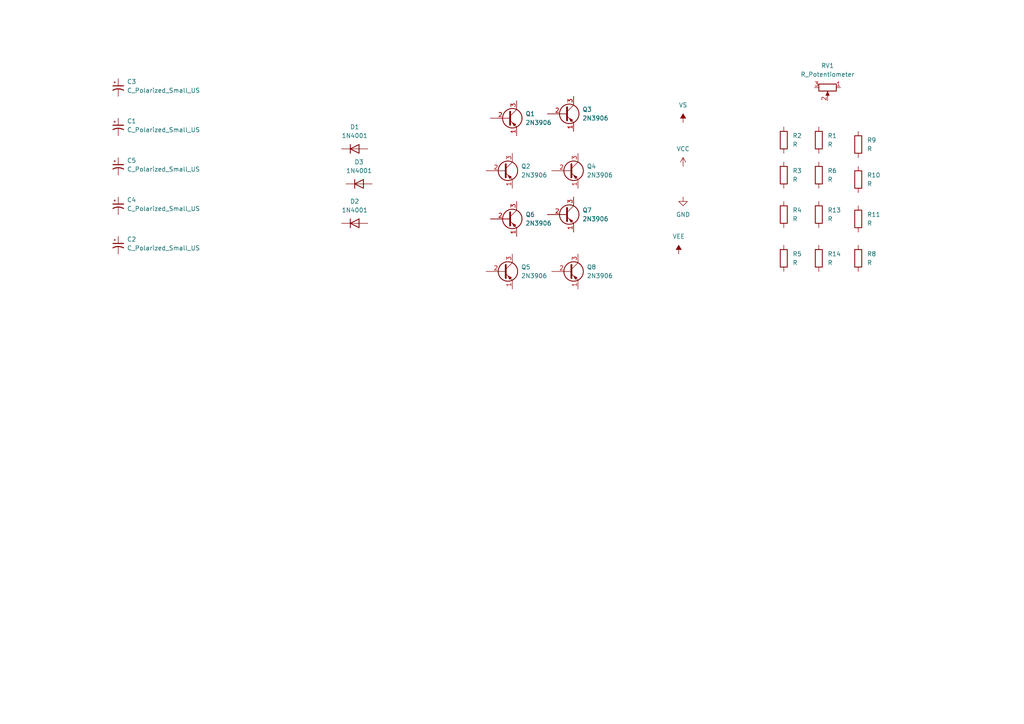
<source format=kicad_sch>
(kicad_sch (version 20230121) (generator eeschema)
  (paper "A4")
  (lib_symbols
    (symbol "Device:C_Polarized_Small_US" (pin_numbers hide) (pin_names (offset 0.254) hide)
      (property "Reference" "C" (at 0.254 1.778 0))
      (property "Value" "C_Polarized_Small_US" (at 0.254 -2.032 0))
      (symbol "C_Polarized_Small_US_0_1"
        (polyline (pts (xy -1.524 0.508) (xy 1.524 0.508)) (stroke (width 0.3048)))
        (polyline (pts (xy -1.27 1.524) (xy -0.762 1.524)))
        (polyline (pts (xy -1.016 1.27) (xy -1.016 1.778)))
        (arc (start 1.524 -0.762) (mid 0 -0.3734) (end -1.524 -0.762) (stroke (width 0.3048)))
      )
      (symbol "C_Polarized_Small_US_1_1"
        (pin passive line (at 0 2.54 270) (length 2.032) (name "~") (number "1"))
        (pin passive line (at 0 -2.54 90) (length 2.032) (name "~") (number "2"))
      )
    )
    (symbol "Device:R" (pin_numbers hide) (pin_names (offset 0))
      (property "Reference" "R" (at 2.032 0 90))
      (property "Value" "R" (at 0 0 90))
      (symbol "R_0_1"
        (rectangle (start -1.016 -2.54) (end 1.016 2.54) (stroke (width 0.254)))
      )
      (symbol "R_1_1"
        (pin passive line (at 0 3.81 270) (length 1.27) (name "~") (number "1"))
        (pin passive line (at 0 -3.81 90) (length 1.27) (name "~") (number "2"))
      )
    )
    (symbol "Device:R_Potentiometer" (pin_names (offset 1.016) hide)
      (property "Reference" "RV" (at -4.445 0 90))
      (property "Value" "R_Potentiometer" (at -2.54 0 90))
      (symbol "R_Potentiometer_0_1"
        (polyline (pts (xy 2.54 0) (xy 1.524 0)))
        (polyline (pts (xy 1.143 0) (xy 2.286 0.508) (xy 2.286 -0.508) (xy 1.143 0)) (fill (type outline)))
        (rectangle (start 1.016 2.54) (end -1.016 -2.54) (stroke (width 0.254)))
      )
      (symbol "R_Potentiometer_1_1"
        (pin passive line (at 0 3.81 270) (length 1.27) (name "1") (number "1"))
        (pin passive line (at 3.81 0 180) (length 1.27) (name "2") (number "2"))
        (pin passive line (at 0 -3.81 90) (length 1.27) (name "3") (number "3"))
      )
    )
    (symbol "Diode:1N4001" (pin_numbers hide) (pin_names hide)
      (property "Reference" "D" (at 0 2.54 0))
      (property "Value" "1N4001" (at 0 -2.54 0))
      (symbol "1N4001_0_1"
        (polyline (pts (xy -1.27 1.27) (xy -1.27 -1.27)) (stroke (width 0.254)))
        (polyline (pts (xy 1.27 0) (xy -1.27 0)))
        (polyline (pts (xy 1.27 1.27) (xy 1.27 -1.27) (xy -1.27 0) (xy 1.27 1.27)) (stroke (width 0.254)))
      )
      (symbol "1N4001_1_1"
        (pin passive line (at -3.81 0 0) (length 2.54) (name "K") (number "1"))
        (pin passive line (at 3.81 0 180) (length 2.54) (name "A") (number "2"))
      )
    )
    (symbol "Transistor_BJT:2N3906" (pin_names (offset 0) hide)
      (property "Reference" "Q" (at 5.08 1.905 0))
      (property "Value" "2N3906" (at 5.08 0 0))
      (symbol "2N3906_0_1"
        (polyline (pts (xy 0.635 0.635) (xy 2.54 2.54)))
        (polyline (pts (xy 0.635 -0.635) (xy 2.54 -2.54) (xy 2.54 -2.54)))
        (polyline (pts (xy 0.635 1.905) (xy 0.635 -1.905) (xy 0.635 -1.905)) (stroke (width 0.508)))
        (polyline (pts (xy 2.286 -1.778) (xy 1.778 -2.286) (xy 1.27 -1.27) (xy 2.286 -1.778) (xy 2.286 -1.778)) (fill (type outline)))
        (circle (center 1.27 0) (radius 2.8194) (stroke (width 0.254)))
      )
      (symbol "2N3906_1_1"
        (pin passive line (at 2.54 -5.08 90) (length 2.54) (name "E") (number "1"))
        (pin input line (at -5.08 0 0) (length 5.715) (name "B") (number "2"))
        (pin passive line (at 2.54 5.08 270) (length 2.54) (name "C") (number "3"))
      )
    )
    (symbol "power:GND" (power) (pin_names (offset 0))
      (property "Value" "GND" (at 0 -3.81 0))
      (symbol "GND_0_1"
        (polyline (pts (xy 0 0) (xy 0 -1.27) (xy 1.27 -1.27) (xy 0 -2.54) (xy -1.27 -1.27) (xy 0 -1.27)))
      )
      (symbol "GND_1_1"
        (pin power_in line (at 0 0 270) (length 0) hide (name "GND") (number "1"))
      )
    )
    (symbol "power:VCC" (power) (pin_names (offset 0))
      (property "Value" "VCC" (at 0 3.81 0))
      (symbol "VCC_0_1"
        (polyline (pts (xy -0.762 1.27) (xy 0 2.54)))
        (polyline (pts (xy 0 0) (xy 0 2.54)))
        (polyline (pts (xy 0 2.54) (xy 0.762 1.27)))
      )
      (symbol "VCC_1_1"
        (pin power_in line (at 0 0 90) (length 0) hide (name "VCC") (number "1"))
      )
    )
    (symbol "power:VEE" (power) (pin_names (offset 0))
      (property "Value" "VEE" (at 0 3.81 0))
      (symbol "VEE_0_1"
        (polyline (pts (xy 0 0) (xy 0 2.54)))
        (polyline (pts (xy 0.762 1.27) (xy -0.762 1.27) (xy 0 2.54) (xy 0.762 1.27)) (fill (type outline)))
      )
      (symbol "VEE_1_1"
        (pin power_in line (at 0 0 90) (length 0) hide (name "VEE") (number "1"))
      )
    )
    (symbol "power:VS" (power) (pin_names (offset 0))
      (property "Value" "VS" (at 0 3.81 0))
      (symbol "VS_0_1"
        (polyline (pts (xy 0 0) (xy 0 2.54)))
        (polyline (pts (xy 0.762 1.27) (xy -0.762 1.27) (xy 0 2.54) (xy 0.762 1.27)) (fill (type outline)))
      )
      (symbol "VS_1_1"
        (pin power_in line (at 0 0 90) (length 0) hide (name "VS") (number "1"))
      )
    )
  )
  (symbol (lib_id "Device:C_Polarized_Small_US") (at 34.29 36.83 0) (unit 1)
    (property "Reference" "C1" (at 36.83 35.1282 0) (effects (justify left)))
    (property "Value" "C_Polarized_Small_US" (at 36.83 37.6682 0) (effects (justify left)))
  )
  (symbol (lib_id "Diode:1N4001") (at 102.87 64.77 0) (unit 1)
    (property "Reference" "D2" (at 102.87 58.42 0))
    (property "Value" "1N4001" (at 102.87 60.96 0))
    (property "Footprint" "Diode_THT:D_DO-41_SOD81_P10.16mm_Horizontal" (effects hide))
    (property "Datasheet" "http://www.vishay.com/docs/88503/1n4001.pdf" (effects hide))
    (property "Sim.Device" "D" (effects hide))
    (property "Sim.Pins" "1=K 2=A" (effects hide))
  )
  (symbol (lib_id "Device:R_Potentiometer") (at 240.03 25.4 270) (unit 1)
    (property "Reference" "RV1" (at 240.03 19.05 90))
    (property "Value" "R_Potentiometer" (at 240.03 21.59 90))
  )
  (symbol (lib_id "power:VEE") (at 196.85 73.66 0) (unit 1)
    (property "Reference" "#PWR04" (effects hide))
    (property "Value" "VEE" (at 196.85 68.58 0))
  )
  (symbol (lib_id "Device:R") (at 237.49 62.23 0) (unit 1)
    (property "Reference" "R13" (at 240.03 60.96 0) (effects (justify left)))
    (property "Value" "R" (at 240.03 63.5 0) (effects (justify left)))
  )
  (symbol (lib_id "Device:C_Polarized_Small_US") (at 34.29 48.26 0) (unit 1)
    (property "Reference" "C5" (at 36.83 46.5582 0) (effects (justify left)))
    (property "Value" "C_Polarized_Small_US" (at 36.83 49.0982 0) (effects (justify left)))
  )
  (symbol (lib_id "power:VCC") (at 198.12 48.26 0) (unit 1)
    (property "Reference" "#PWR02" (effects hide))
    (property "Value" "VCC" (at 198.12 43.18 0))
  )
  (symbol (lib_id "Transistor_BJT:2N3906") (at 165.1 78.74 0) (unit 1)
    (property "Reference" "Q8" (at 170.18 77.47 0) (effects (justify left)))
    (property "Value" "2N3906" (at 170.18 80.01 0) (effects (justify left)))
    (property "Footprint" "Package_TO_SOT_THT:TO-92_Inline" (effects hide))
    (property "Datasheet" "https://www.onsemi.com/pub/Collateral/2N3906-D.PDF" (effects hide))
  )
  (symbol (lib_id "Device:R") (at 227.33 40.64 0) (unit 1)
    (property "Reference" "R2" (at 229.87 39.37 0) (effects (justify left)))
    (property "Value" "R" (at 229.87 41.91 0) (effects (justify left)))
  )
  (symbol (lib_id "Device:R") (at 237.49 74.93 0) (unit 1)
    (property "Reference" "R14" (at 240.03 73.66 0) (effects (justify left)))
    (property "Value" "R" (at 240.03 76.2 0) (effects (justify left)))
  )
  (symbol (lib_id "Transistor_BJT:2N3906") (at 146.05 49.53 0) (unit 1)
    (property "Reference" "Q2" (at 151.13 48.26 0) (effects (justify left)))
    (property "Value" "2N3906" (at 151.13 50.8 0) (effects (justify left)))
    (property "Footprint" "Package_TO_SOT_THT:TO-92_Inline" (effects hide))
    (property "Datasheet" "https://www.onsemi.com/pub/Collateral/2N3906-D.PDF" (effects hide))
  )
  (symbol (lib_id "Diode:1N4001") (at 104.14 53.34 0) (unit 1)
    (property "Reference" "D3" (at 104.14 46.99 0))
    (property "Value" "1N4001" (at 104.14 49.53 0))
    (property "Footprint" "Diode_THT:D_DO-41_SOD81_P10.16mm_Horizontal" (effects hide))
    (property "Datasheet" "http://www.vishay.com/docs/88503/1n4001.pdf" (effects hide))
    (property "Sim.Device" "D" (effects hide))
    (property "Sim.Pins" "1=K 2=A" (effects hide))
  )
  (symbol (lib_id "Device:R") (at 248.92 41.91 0) (unit 1)
    (property "Reference" "R9" (at 251.46 40.64 0) (effects (justify left)))
    (property "Value" "R" (at 251.46 43.18 0) (effects (justify left)))
  )
  (symbol (lib_id "Device:R") (at 248.92 74.93 0) (unit 1)
    (property "Reference" "R8" (at 251.46 73.66 0) (effects (justify left)))
    (property "Value" "R" (at 251.46 76.2 0) (effects (justify left)))
  )
  (symbol (lib_id "power:GND") (at 198.12 57.15 0) (unit 1)
    (property "Reference" "#PWR01" (effects hide))
    (property "Value" "GND" (at 198.12 62.23 0))
  )
  (symbol (lib_id "power:VS") (at 198.12 35.56 0) (unit 1)
    (property "Reference" "#PWR03" (effects hide))
    (property "Value" "VS" (at 198.12 30.48 0))
  )
  (symbol (lib_id "Device:C_Polarized_Small_US") (at 34.29 71.12 0) (unit 1)
    (property "Reference" "C2" (at 36.83 69.4182 0) (effects (justify left)))
    (property "Value" "C_Polarized_Small_US" (at 36.83 71.9582 0) (effects (justify left)))
  )
  (symbol (lib_id "Device:C_Polarized_Small_US") (at 34.29 25.4 0) (unit 1)
    (property "Reference" "C3" (at 36.83 23.6982 0) (effects (justify left)))
    (property "Value" "C_Polarized_Small_US" (at 36.83 26.2382 0) (effects (justify left)))
  )
  (symbol (lib_id "Device:R") (at 248.92 63.5 0) (unit 1)
    (property "Reference" "R11" (at 251.46 62.23 0) (effects (justify left)))
    (property "Value" "R" (at 251.46 64.77 0) (effects (justify left)))
  )
  (symbol (lib_id "Transistor_BJT:2N3906") (at 147.32 63.5 0) (unit 1)
    (property "Reference" "Q6" (at 152.4 62.23 0) (effects (justify left)))
    (property "Value" "2N3906" (at 152.4 64.77 0) (effects (justify left)))
    (property "Footprint" "Package_TO_SOT_THT:TO-92_Inline" (effects hide))
    (property "Datasheet" "https://www.onsemi.com/pub/Collateral/2N3906-D.PDF" (effects hide))
  )
  (symbol (lib_id "Device:R") (at 237.49 50.8 0) (unit 1)
    (property "Reference" "R6" (at 240.03 49.53 0) (effects (justify left)))
    (property "Value" "R" (at 240.03 52.07 0) (effects (justify left)))
  )
  (symbol (lib_id "Transistor_BJT:2N3906") (at 146.05 78.74 0) (unit 1)
    (property "Reference" "Q5" (at 151.13 77.47 0) (effects (justify left)))
    (property "Value" "2N3906" (at 151.13 80.01 0) (effects (justify left)))
    (property "Footprint" "Package_TO_SOT_THT:TO-92_Inline" (effects hide))
    (property "Datasheet" "https://www.onsemi.com/pub/Collateral/2N3906-D.PDF" (effects hide))
  )
  (symbol (lib_id "Device:R") (at 248.92 52.07 0) (unit 1)
    (property "Reference" "R10" (at 251.46 50.8 0) (effects (justify left)))
    (property "Value" "R" (at 251.46 53.34 0) (effects (justify left)))
  )
  (symbol (lib_id "Device:C_Polarized_Small_US") (at 34.29 59.69 0) (unit 1)
    (property "Reference" "C4" (at 36.83 57.9882 0) (effects (justify left)))
    (property "Value" "C_Polarized_Small_US" (at 36.83 60.5282 0) (effects (justify left)))
  )
  (symbol (lib_id "Device:R") (at 237.49 40.64 0) (unit 1)
    (property "Reference" "R1" (at 240.03 39.37 0) (effects (justify left)))
    (property "Value" "R" (at 240.03 41.91 0) (effects (justify left)))
  )
  (symbol (lib_id "Device:R") (at 227.33 50.8 0) (unit 1)
    (property "Reference" "R3" (at 229.87 49.53 0) (effects (justify left)))
    (property "Value" "R" (at 229.87 52.07 0) (effects (justify left)))
  )
  (symbol (lib_id "Transistor_BJT:2N3906") (at 147.32 34.29 0) (unit 1)
    (property "Reference" "Q1" (at 152.4 33.02 0) (effects (justify left)))
    (property "Value" "2N3906" (at 152.4 35.56 0) (effects (justify left)))
    (property "Footprint" "Package_TO_SOT_THT:TO-92_Inline" (effects hide))
    (property "Datasheet" "https://www.onsemi.com/pub/Collateral/2N3906-D.PDF" (effects hide))
  )
  (symbol (lib_id "Diode:1N4001") (at 102.87 43.18 0) (unit 1)
    (property "Reference" "D1" (at 102.87 36.83 0))
    (property "Value" "1N4001" (at 102.87 39.37 0))
    (property "Footprint" "Diode_THT:D_DO-41_SOD81_P10.16mm_Horizontal" (effects hide))
    (property "Datasheet" "http://www.vishay.com/docs/88503/1n4001.pdf" (effects hide))
    (property "Sim.Device" "D" (effects hide))
    (property "Sim.Pins" "1=K 2=A" (effects hide))
  )
  (symbol (lib_id "Transistor_BJT:2N3906") (at 163.83 62.23 0) (unit 1)
    (property "Reference" "Q7" (at 168.91 60.96 0) (effects (justify left)))
    (property "Value" "2N3906" (at 168.91 63.5 0) (effects (justify left)))
    (property "Footprint" "Package_TO_SOT_THT:TO-92_Inline" (effects hide))
    (property "Datasheet" "https://www.onsemi.com/pub/Collateral/2N3906-D.PDF" (effects hide))
  )
  (symbol (lib_id "Device:R") (at 227.33 74.93 0) (unit 1)
    (property "Reference" "R5" (at 229.87 73.66 0) (effects (justify left)))
    (property "Value" "R" (at 229.87 76.2 0) (effects (justify left)))
  )
  (symbol (lib_id "Device:R") (at 227.33 62.23 0) (unit 1)
    (property "Reference" "R4" (at 229.87 60.96 0) (effects (justify left)))
    (property "Value" "R" (at 229.87 63.5 0) (effects (justify left)))
  )
  (symbol (lib_id "Transistor_BJT:2N3906") (at 163.83 33.02 0) (unit 1)
    (property "Reference" "Q3" (at 168.91 31.75 0) (effects (justify left)))
    (property "Value" "2N3906" (at 168.91 34.29 0) (effects (justify left)))
    (property "Footprint" "Package_TO_SOT_THT:TO-92_Inline" (effects hide))
    (property "Datasheet" "https://www.onsemi.com/pub/Collateral/2N3906-D.PDF" (effects hide))
  )
  (symbol (lib_id "Transistor_BJT:2N3906") (at 165.1 49.53 0) (unit 1)
    (property "Reference" "Q4" (at 170.18 48.26 0) (effects (justify left)))
    (property "Value" "2N3906" (at 170.18 50.8 0) (effects (justify left)))
    (property "Footprint" "Package_TO_SOT_THT:TO-92_Inline" (effects hide))
    (property "Datasheet" "https://www.onsemi.com/pub/Collateral/2N3906-D.PDF" (effects hide))
  )
)
</source>
